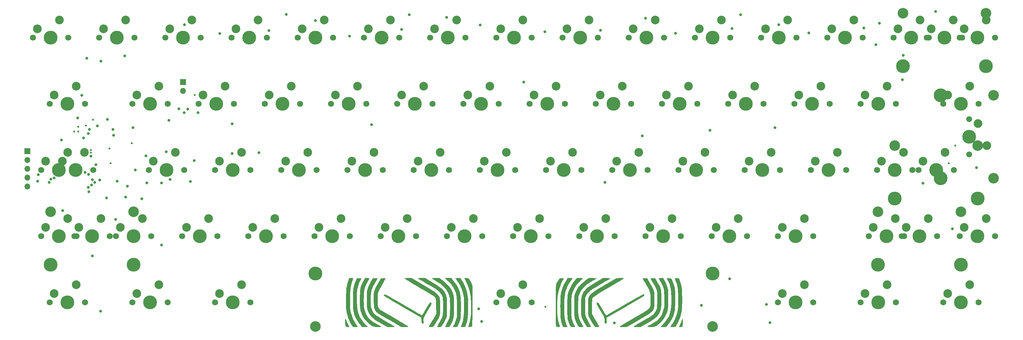
<source format=gbr>
%TF.GenerationSoftware,KiCad,Pcbnew,(6.0.11)*%
%TF.CreationDate,2023-02-10T12:21:56+01:00*%
%TF.ProjectId,plaket60-OG,706c616b-6574-4363-902d-4f472e6b6963,0.1*%
%TF.SameCoordinates,Original*%
%TF.FileFunction,Soldermask,Top*%
%TF.FilePolarity,Negative*%
%FSLAX46Y46*%
G04 Gerber Fmt 4.6, Leading zero omitted, Abs format (unit mm)*
G04 Created by KiCad (PCBNEW (6.0.11)) date 2023-02-10 12:21:56*
%MOMM*%
%LPD*%
G01*
G04 APERTURE LIST*
%ADD10C,1.750000*%
%ADD11C,3.987800*%
%ADD12C,2.500000*%
%ADD13C,3.048000*%
%ADD14C,1.701800*%
%ADD15R,1.700000X1.700000*%
%ADD16O,1.700000X1.700000*%
%ADD17C,0.800000*%
%ADD18C,0.600000*%
G04 APERTURE END LIST*
%TO.C,G\u002A\u002A\u002A*%
G36*
X137606800Y-118447364D02*
G01*
X137689629Y-118469711D01*
X137637013Y-118578774D01*
X137490520Y-118849355D01*
X137267182Y-119250857D01*
X136984028Y-119752680D01*
X136658090Y-120324223D01*
X136635838Y-120363042D01*
X136294117Y-120975246D01*
X135985949Y-121557855D01*
X135731637Y-122070059D01*
X135551487Y-122471048D01*
X135467779Y-122710694D01*
X135427351Y-123006978D01*
X135395122Y-123468861D01*
X135373729Y-124040178D01*
X135365809Y-124664762D01*
X135366549Y-124866522D01*
X135383305Y-125649696D01*
X135426592Y-126247879D01*
X135507041Y-126697341D01*
X135635281Y-127034354D01*
X135821941Y-127295191D01*
X136077651Y-127516123D01*
X136159873Y-127573613D01*
X136335587Y-127683476D01*
X136680007Y-127890870D01*
X137169909Y-128182091D01*
X137782067Y-128543439D01*
X138493255Y-128961212D01*
X139280250Y-129421709D01*
X140119824Y-129911226D01*
X140296179Y-130013834D01*
X141133867Y-130502472D01*
X141915110Y-130960921D01*
X142618200Y-131376238D01*
X143221428Y-131735479D01*
X143703088Y-132025703D01*
X144041471Y-132233965D01*
X144214871Y-132347324D01*
X144229772Y-132359199D01*
X144275156Y-132428560D01*
X144212372Y-132473128D01*
X144010350Y-132497811D01*
X143638018Y-132507515D01*
X143286977Y-132508108D01*
X142181768Y-132505025D01*
X139020633Y-130680804D01*
X138106149Y-130153211D01*
X137363347Y-129724272D01*
X136772038Y-129381304D01*
X136312036Y-129111624D01*
X135963150Y-128902547D01*
X135705194Y-128741390D01*
X135517979Y-128615470D01*
X135381317Y-128512102D01*
X135275020Y-128418602D01*
X135178900Y-128322288D01*
X135072768Y-128210475D01*
X135048841Y-128185426D01*
X134802417Y-127913080D01*
X134611400Y-127651039D01*
X134468857Y-127366579D01*
X134367854Y-127026977D01*
X134301458Y-126599512D01*
X134262735Y-126051459D01*
X134244752Y-125350097D01*
X134240575Y-124462703D01*
X134240641Y-124371167D01*
X134241141Y-123670208D01*
X134249370Y-123120328D01*
X134277795Y-122677336D01*
X134338888Y-122297041D01*
X134445117Y-121935253D01*
X134608951Y-121547781D01*
X134842860Y-121090435D01*
X135159314Y-120519024D01*
X135496049Y-119922107D01*
X136308557Y-118480186D01*
X136999093Y-118447164D01*
X137357203Y-118438150D01*
X137606800Y-118447364D01*
G37*
G36*
X212080859Y-123179893D02*
G01*
X212099509Y-123389744D01*
X211977699Y-123609962D01*
X211938091Y-123646533D01*
X211810828Y-123728458D01*
X211509556Y-123910374D01*
X211052516Y-124181597D01*
X210457952Y-124531437D01*
X209744104Y-124949208D01*
X208929214Y-125424222D01*
X208031524Y-125945792D01*
X207069275Y-126503231D01*
X206530886Y-126814450D01*
X201300546Y-129835581D01*
X201279818Y-130535613D01*
X201267858Y-130924823D01*
X201257607Y-131232711D01*
X201252089Y-131374291D01*
X201151605Y-131478643D01*
X200967795Y-131512937D01*
X200755981Y-131465270D01*
X200681764Y-131374291D01*
X200679330Y-131194218D01*
X200682037Y-130870996D01*
X200687363Y-130570142D01*
X200689069Y-130344293D01*
X200673923Y-130147407D01*
X200627750Y-129947563D01*
X200536375Y-129712838D01*
X200385621Y-129411308D01*
X200161313Y-129011052D01*
X199849275Y-128480147D01*
X199497505Y-127890648D01*
X199077762Y-127181045D01*
X198766623Y-126635362D01*
X198552780Y-126230891D01*
X198424924Y-125944919D01*
X198371749Y-125754736D01*
X198379162Y-125644578D01*
X198531477Y-125445012D01*
X198743281Y-125448830D01*
X198938413Y-125606605D01*
X199047677Y-125763390D01*
X199245813Y-126076898D01*
X199511066Y-126511569D01*
X199821682Y-127031844D01*
X200091944Y-127492195D01*
X200413217Y-128038321D01*
X200697067Y-128510962D01*
X200924596Y-128879451D01*
X201076912Y-129113120D01*
X201133611Y-129182877D01*
X201237151Y-129128384D01*
X201514630Y-128971963D01*
X201948531Y-128723737D01*
X202521339Y-128393827D01*
X203215536Y-127992359D01*
X204013608Y-127529454D01*
X204898038Y-127015235D01*
X205851309Y-126459826D01*
X206461102Y-126103971D01*
X207451969Y-125528017D01*
X208388967Y-124988452D01*
X209254037Y-124495329D01*
X210029125Y-124058700D01*
X210696172Y-123688618D01*
X211237123Y-123395137D01*
X211633921Y-123188308D01*
X211868508Y-123078186D01*
X211923766Y-123062689D01*
X212080859Y-123179893D01*
G37*
G36*
X128233016Y-118438135D02*
G01*
X128318777Y-118508244D01*
X128316463Y-118668045D01*
X128232203Y-118953103D01*
X128072127Y-119398987D01*
X127983024Y-119644815D01*
X127781845Y-120308648D01*
X127627854Y-121064678D01*
X127518366Y-121939574D01*
X127450699Y-122960006D01*
X127422168Y-124152647D01*
X127425008Y-125190666D01*
X127436426Y-126000006D01*
X127451747Y-126629425D01*
X127474914Y-127120835D01*
X127509869Y-127516149D01*
X127560553Y-127857279D01*
X127630909Y-128186138D01*
X127724878Y-128544639D01*
X127748395Y-128629094D01*
X128003263Y-129411261D01*
X128323738Y-130200385D01*
X128681588Y-130937305D01*
X129048585Y-131562863D01*
X129329982Y-131943587D01*
X129541744Y-132202609D01*
X129677151Y-132390567D01*
X129703603Y-132445634D01*
X129602403Y-132478995D01*
X129337587Y-132502602D01*
X128981264Y-132511190D01*
X128258926Y-132511190D01*
X127887928Y-131928876D01*
X127476080Y-131241777D01*
X127146970Y-130587309D01*
X126881783Y-129912082D01*
X126661700Y-129162703D01*
X126467906Y-128285780D01*
X126325877Y-127496711D01*
X126297483Y-127199854D01*
X126276893Y-126723185D01*
X126263809Y-126108582D01*
X126257935Y-125397918D01*
X126258971Y-124633071D01*
X126266622Y-123855915D01*
X126280589Y-123108325D01*
X126300574Y-122432178D01*
X126326281Y-121869349D01*
X126357412Y-121461712D01*
X126369450Y-121364029D01*
X126478587Y-120757314D01*
X126635356Y-120068673D01*
X126816106Y-119392195D01*
X126997183Y-118821970D01*
X127032904Y-118724877D01*
X127117382Y-118553212D01*
X127245518Y-118463452D01*
X127481829Y-118429422D01*
X127772746Y-118424728D01*
X128053048Y-118422152D01*
X128233016Y-118438135D01*
G37*
G36*
X217996070Y-119284335D02*
G01*
X218258386Y-119810286D01*
X218515430Y-120394343D01*
X218715458Y-120918228D01*
X218730392Y-120962933D01*
X218816142Y-121235778D01*
X218881481Y-121487715D01*
X218929184Y-121754140D01*
X218962022Y-122070446D01*
X218982771Y-122472030D01*
X218994203Y-122994285D01*
X218999092Y-123672606D01*
X219000177Y-124405870D01*
X218996713Y-125369083D01*
X218981556Y-126148409D01*
X218948673Y-126781724D01*
X218892030Y-127306903D01*
X218805593Y-127761822D01*
X218683330Y-128184356D01*
X218519206Y-128612381D01*
X218307189Y-129083771D01*
X218228662Y-129249086D01*
X217966023Y-129747233D01*
X217669810Y-130190420D01*
X217290256Y-130646018D01*
X216870302Y-131087916D01*
X216313629Y-131627195D01*
X215840452Y-132013602D01*
X215400395Y-132271150D01*
X214943078Y-132423853D01*
X214418124Y-132495721D01*
X213884292Y-132511190D01*
X213431514Y-132500966D01*
X213106597Y-132473041D01*
X212947990Y-132431540D01*
X212940818Y-132410008D01*
X213060967Y-132314213D01*
X213328436Y-132144833D01*
X213694486Y-131932069D01*
X213862429Y-131838933D01*
X214837453Y-131269991D01*
X215625609Y-130720833D01*
X216255622Y-130158997D01*
X216756217Y-129552018D01*
X217156120Y-128867433D01*
X217484055Y-128072778D01*
X217649546Y-127558942D01*
X217727918Y-127277492D01*
X217785929Y-127008851D01*
X217825933Y-126715296D01*
X217850283Y-126359103D01*
X217861332Y-125902549D01*
X217861431Y-125307910D01*
X217852935Y-124537464D01*
X217850171Y-124342349D01*
X217831513Y-123406688D01*
X217799506Y-122651064D01*
X217744886Y-122033720D01*
X217658389Y-121512895D01*
X217530749Y-121046831D01*
X217352703Y-120593769D01*
X217114986Y-120111950D01*
X216808332Y-119559615D01*
X216776929Y-119504834D01*
X216542771Y-119092011D01*
X216356982Y-118754897D01*
X216243151Y-118536866D01*
X216218886Y-118478851D01*
X216319609Y-118450119D01*
X216581078Y-118430493D01*
X216874754Y-118424728D01*
X217530621Y-118424728D01*
X217996070Y-119284335D01*
G37*
G36*
X130617830Y-118450158D02*
G01*
X130672880Y-118517575D01*
X130644460Y-118652787D01*
X130639513Y-118668478D01*
X130528357Y-118925631D01*
X130352623Y-119247724D01*
X130301037Y-119331894D01*
X130167841Y-119605701D01*
X130005712Y-120032545D01*
X129836971Y-120549631D01*
X129709667Y-120995650D01*
X129586927Y-121471248D01*
X129498778Y-121866771D01*
X129439740Y-122235949D01*
X129404333Y-122632513D01*
X129387074Y-123110193D01*
X129382485Y-123722720D01*
X129383593Y-124192413D01*
X129409531Y-125386972D01*
X129475386Y-126470919D01*
X129578184Y-127416035D01*
X129714952Y-128194106D01*
X129860519Y-128716744D01*
X130257984Y-129618304D01*
X130793728Y-130519360D01*
X131418036Y-131345698D01*
X132067438Y-132011120D01*
X132639094Y-132511190D01*
X130827625Y-132511190D01*
X130450498Y-132039793D01*
X130020226Y-131464592D01*
X129552026Y-130774965D01*
X129281467Y-130348308D01*
X128952166Y-129694295D01*
X128664946Y-128861798D01*
X128413608Y-127832121D01*
X128362147Y-127575383D01*
X128331000Y-127303703D01*
X128303351Y-126850506D01*
X128280590Y-126256097D01*
X128264106Y-125560782D01*
X128255290Y-124804868D01*
X128254192Y-124445129D01*
X128263771Y-123339541D01*
X128296793Y-122418890D01*
X128358884Y-121647000D01*
X128455674Y-120987689D01*
X128592791Y-120404780D01*
X128775863Y-119862093D01*
X129010519Y-119323448D01*
X129069995Y-119201147D01*
X129426310Y-118480186D01*
X130073402Y-118446644D01*
X130433330Y-118432520D01*
X130617830Y-118450158D01*
G37*
G36*
X221500842Y-118446922D02*
G01*
X222124281Y-118480186D01*
X222372895Y-119201147D01*
X222550680Y-119735718D01*
X222691160Y-120216469D01*
X222798641Y-120680406D01*
X222877428Y-121164539D01*
X222931827Y-121705873D01*
X222966145Y-122341418D01*
X222984686Y-123108180D01*
X222991758Y-124043168D01*
X222992345Y-124525164D01*
X222989469Y-125504635D01*
X222979854Y-126293145D01*
X222962018Y-126921506D01*
X222934481Y-127420531D01*
X222895761Y-127821029D01*
X222844378Y-128153812D01*
X222809909Y-128320354D01*
X222396846Y-129774894D01*
X221853791Y-131060529D01*
X221550438Y-131610762D01*
X221043777Y-132455732D01*
X220295087Y-132488529D01*
X219920378Y-132495398D01*
X219651840Y-132482110D01*
X219546450Y-132451542D01*
X219546397Y-132450702D01*
X219612745Y-132333136D01*
X219782606Y-132109099D01*
X219920017Y-131943587D01*
X220229962Y-131512938D01*
X220565792Y-130933319D01*
X220895336Y-130269862D01*
X221186424Y-129587701D01*
X221406886Y-128951968D01*
X221420131Y-128906387D01*
X221565812Y-128366293D01*
X221677519Y-127865456D01*
X221758698Y-127363708D01*
X221812794Y-126820880D01*
X221843252Y-126196804D01*
X221853520Y-125451311D01*
X221847041Y-124544232D01*
X221838751Y-124026038D01*
X221817979Y-123075514D01*
X221789400Y-122305818D01*
X221746851Y-121675950D01*
X221684170Y-121144909D01*
X221595193Y-120671694D01*
X221473760Y-120215305D01*
X221313707Y-119734742D01*
X221113574Y-119201147D01*
X220986535Y-118858832D01*
X220900816Y-118601033D01*
X220877458Y-118502380D01*
X220977561Y-118459647D01*
X221236411Y-118441240D01*
X221500842Y-118446922D01*
G37*
G36*
X137433840Y-123133146D02*
G01*
X137584041Y-123180839D01*
X137801777Y-123275297D01*
X138102027Y-123424553D01*
X138499768Y-123636642D01*
X139009978Y-123919598D01*
X139647634Y-124281454D01*
X140427715Y-124730245D01*
X141365198Y-125274004D01*
X142475061Y-125920765D01*
X142766528Y-126090914D01*
X143755427Y-126667787D01*
X144686234Y-127209687D01*
X145541469Y-127706511D01*
X146303655Y-128148158D01*
X146955314Y-128524527D01*
X147478967Y-128825516D01*
X147857137Y-129041023D01*
X148072345Y-129160948D01*
X148116389Y-129182877D01*
X148187515Y-129092117D01*
X148350365Y-128839741D01*
X148586046Y-128456414D01*
X148875661Y-127972807D01*
X149158056Y-127492195D01*
X149489488Y-126928608D01*
X149793199Y-126421785D01*
X150047435Y-126007287D01*
X150230443Y-125720671D01*
X150311587Y-125606605D01*
X150546750Y-125433286D01*
X150750592Y-125465722D01*
X150871391Y-125646073D01*
X150877859Y-125767211D01*
X150821146Y-125960858D01*
X150689780Y-126249996D01*
X150472290Y-126657607D01*
X150157203Y-127206673D01*
X149751886Y-127888799D01*
X149351826Y-128556989D01*
X149051971Y-129067057D01*
X148838125Y-129450940D01*
X148696091Y-129740576D01*
X148611672Y-129967903D01*
X148570672Y-130164858D01*
X148558894Y-130363378D01*
X148561476Y-130566799D01*
X148568424Y-130947959D01*
X148570483Y-131247335D01*
X148568236Y-131374291D01*
X148473834Y-131484317D01*
X148281246Y-131507002D01*
X148097533Y-131439165D01*
X148052707Y-131389619D01*
X148011087Y-131220489D01*
X147978353Y-130902238D01*
X147962973Y-130551253D01*
X147949454Y-129836204D01*
X142636505Y-126764745D01*
X141640636Y-126186728D01*
X140701201Y-125637026D01*
X139836083Y-125126406D01*
X139063159Y-124665630D01*
X138400310Y-124265464D01*
X137865415Y-123936672D01*
X137476355Y-123690018D01*
X137251008Y-123536266D01*
X137201571Y-123492685D01*
X137144843Y-123301997D01*
X137276135Y-123145919D01*
X137336197Y-123124184D01*
X137433840Y-123133146D01*
G37*
G36*
X161283608Y-118435108D02*
G01*
X161502236Y-118491964D01*
X161662945Y-118633863D01*
X161809193Y-118841113D01*
X162000587Y-119172357D01*
X162215286Y-119605766D01*
X162369148Y-119957420D01*
X162653552Y-120657342D01*
X162647906Y-126436484D01*
X162644691Y-127874929D01*
X162637961Y-129099115D01*
X162627552Y-130116591D01*
X162613302Y-130934905D01*
X162595046Y-131561607D01*
X162572621Y-132004246D01*
X162545865Y-132270370D01*
X162519613Y-132363408D01*
X162376829Y-132430328D01*
X162118136Y-132484393D01*
X161822054Y-132517578D01*
X161567107Y-132521861D01*
X161431815Y-132489220D01*
X161425873Y-132475159D01*
X161458943Y-132360474D01*
X161546223Y-132091060D01*
X161669822Y-131721977D01*
X161688236Y-131667749D01*
X161832611Y-131176144D01*
X161975034Y-130579890D01*
X162088312Y-129994731D01*
X162103222Y-129901378D01*
X162162132Y-129367307D01*
X162205804Y-128665913D01*
X162234253Y-127847201D01*
X162247490Y-126961176D01*
X162245529Y-126057843D01*
X162228381Y-125187205D01*
X162196061Y-124399268D01*
X162148579Y-123744035D01*
X162101557Y-123360535D01*
X161850615Y-122206068D01*
X161472765Y-121005639D01*
X161003067Y-119864862D01*
X160812826Y-119478664D01*
X160600909Y-119065465D01*
X160434136Y-118731334D01*
X160334745Y-118521326D01*
X160316703Y-118473528D01*
X160417038Y-118446766D01*
X160675786Y-118429040D01*
X160925173Y-118424728D01*
X161283608Y-118435108D01*
G37*
G36*
X158875291Y-118429946D02*
G01*
X159113498Y-118466332D01*
X159269732Y-118564985D01*
X159413923Y-118757002D01*
X159485592Y-118869610D01*
X160025016Y-119774568D01*
X160460596Y-120631680D01*
X160801917Y-121479751D01*
X161058564Y-122357585D01*
X161240123Y-123303987D01*
X161356180Y-124357761D01*
X161416319Y-125557712D01*
X161430620Y-126743505D01*
X161420108Y-127842873D01*
X161387559Y-128760069D01*
X161328695Y-129534042D01*
X161239241Y-130203743D01*
X161114921Y-130808122D01*
X160951458Y-131386127D01*
X160905481Y-131526583D01*
X160593996Y-132455732D01*
X159956223Y-132488996D01*
X159613874Y-132497901D01*
X159382383Y-132486791D01*
X159318450Y-132465373D01*
X159355967Y-132339078D01*
X159452771Y-132072820D01*
X159547307Y-131827870D01*
X159773877Y-131192175D01*
X159948979Y-130547938D01*
X160077874Y-129855772D01*
X160165823Y-129076295D01*
X160218088Y-128170120D01*
X160239929Y-127097863D01*
X160241343Y-126632588D01*
X160235279Y-125665557D01*
X160217456Y-124886812D01*
X160186084Y-124263028D01*
X160139375Y-123760882D01*
X160075537Y-123347047D01*
X160061004Y-123274101D01*
X159805492Y-122313124D01*
X159442301Y-121325228D01*
X159003976Y-120386042D01*
X158523066Y-119571197D01*
X158380735Y-119369561D01*
X158112993Y-119001848D01*
X157904190Y-118704288D01*
X157783665Y-118519249D01*
X157765611Y-118481258D01*
X157866797Y-118452442D01*
X158131494Y-118432076D01*
X158485181Y-118424728D01*
X158875291Y-118429946D01*
G37*
G36*
X135278554Y-118454489D02*
G01*
X135360371Y-118483066D01*
X135307275Y-118598077D01*
X135160990Y-118869138D01*
X134941026Y-119261225D01*
X134666889Y-119739311D01*
X134517701Y-119996061D01*
X134144039Y-120661934D01*
X133858921Y-121246411D01*
X133651058Y-121797741D01*
X133509162Y-122364175D01*
X133421944Y-122993963D01*
X133378116Y-123735355D01*
X133366389Y-124636601D01*
X133367261Y-124913374D01*
X133373444Y-125569749D01*
X133388531Y-126057848D01*
X133419765Y-126431221D01*
X133474387Y-126743420D01*
X133559639Y-127047996D01*
X133682763Y-127398501D01*
X133715105Y-127485628D01*
X133947838Y-128043018D01*
X134185858Y-128452419D01*
X134471542Y-128784555D01*
X134522873Y-128833723D01*
X134746859Y-129009096D01*
X135132316Y-129273114D01*
X135647413Y-129605587D01*
X136260320Y-129986324D01*
X136939207Y-130395137D01*
X137533116Y-130743118D01*
X138220372Y-131142641D01*
X138849479Y-131512217D01*
X139393191Y-131835528D01*
X139824261Y-132096261D01*
X140115444Y-132278102D01*
X140236759Y-132362054D01*
X140280603Y-132430171D01*
X140213321Y-132473875D01*
X140004257Y-132497878D01*
X139622754Y-132506898D01*
X139293964Y-132507063D01*
X138188755Y-132502935D01*
X136525000Y-131570337D01*
X135971512Y-131258572D01*
X135482779Y-130980424D01*
X135092957Y-130755558D01*
X134836199Y-130603642D01*
X134750327Y-130548483D01*
X134175615Y-130071633D01*
X133742426Y-129673909D01*
X133407603Y-129311544D01*
X133127990Y-128940766D01*
X133050453Y-128824474D01*
X132802975Y-128417492D01*
X132611171Y-128025185D01*
X132468228Y-127611086D01*
X132367333Y-127138731D01*
X132301673Y-126571654D01*
X132264434Y-125873390D01*
X132248805Y-125007475D01*
X132246980Y-124524107D01*
X132247864Y-123746890D01*
X132254274Y-123151515D01*
X132269840Y-122697998D01*
X132298191Y-122346356D01*
X132342956Y-122056605D01*
X132407765Y-121788760D01*
X132496248Y-121502838D01*
X132530607Y-121399648D01*
X132716917Y-120917801D01*
X132976129Y-120341152D01*
X133264815Y-119763788D01*
X133400484Y-119515117D01*
X133985009Y-118480186D01*
X134672690Y-118447164D01*
X135029919Y-118440107D01*
X135278554Y-118454489D01*
G37*
G36*
X151199721Y-119717859D02*
G01*
X152119865Y-120273567D01*
X152863888Y-120750479D01*
X153454932Y-121167287D01*
X153916140Y-121542685D01*
X154270655Y-121895363D01*
X154541622Y-122244015D01*
X154734868Y-122573088D01*
X154913240Y-122935823D01*
X155051962Y-123267245D01*
X155156007Y-123602453D01*
X155230349Y-123976546D01*
X155279962Y-124424622D01*
X155309819Y-124981780D01*
X155324895Y-125683119D01*
X155330162Y-126563737D01*
X155330490Y-126776288D01*
X155333340Y-129415621D01*
X155026840Y-130103799D01*
X154814393Y-130540707D01*
X154535795Y-131060372D01*
X154246464Y-131559994D01*
X154207414Y-131623854D01*
X153694489Y-132455732D01*
X153068041Y-132488996D01*
X152729200Y-132496375D01*
X152501722Y-132481005D01*
X152441594Y-132455921D01*
X152494865Y-132339806D01*
X152639741Y-132073542D01*
X152853817Y-131697271D01*
X153102998Y-131270896D01*
X153445816Y-130679528D01*
X153710483Y-130179486D01*
X153906581Y-129727876D01*
X154043694Y-129281805D01*
X154131403Y-128798379D01*
X154179292Y-128234704D01*
X154196943Y-127547886D01*
X154193939Y-126695032D01*
X154190478Y-126403144D01*
X154179712Y-125618020D01*
X154167583Y-125019854D01*
X154150097Y-124573787D01*
X154123259Y-124244960D01*
X154083076Y-123998512D01*
X154025552Y-123799585D01*
X153946695Y-123613317D01*
X153848204Y-123415994D01*
X153439613Y-122765738D01*
X152899701Y-122177659D01*
X152198344Y-121623924D01*
X151332424Y-121091700D01*
X150636542Y-120701598D01*
X149928102Y-120299630D01*
X149235273Y-119902257D01*
X148586227Y-119525942D01*
X148009132Y-119187147D01*
X147532161Y-118902333D01*
X147183482Y-118687963D01*
X146991267Y-118560499D01*
X146967684Y-118541037D01*
X146990188Y-118483073D01*
X147203169Y-118445626D01*
X147618708Y-118427242D01*
X147933214Y-118424728D01*
X149015053Y-118424728D01*
X151199721Y-119717859D01*
G37*
G36*
X197733457Y-118433796D02*
G01*
X198083060Y-118458248D01*
X198284233Y-118493950D01*
X198314060Y-118522257D01*
X198200701Y-118611442D01*
X197932183Y-118787680D01*
X197545693Y-119027505D01*
X197078417Y-119307453D01*
X196951788Y-119381864D01*
X195943542Y-120022692D01*
X195124729Y-120662038D01*
X194465149Y-121329607D01*
X193934605Y-122055107D01*
X193583817Y-122695033D01*
X193102408Y-123693286D01*
X193065228Y-126244378D01*
X193057626Y-127283441D01*
X193072725Y-128137975D01*
X193117387Y-128844722D01*
X193198474Y-129440419D01*
X193322846Y-129961808D01*
X193497366Y-130445629D01*
X193728895Y-130928620D01*
X194024293Y-131447521D01*
X194042647Y-131478027D01*
X194278444Y-131875239D01*
X194463272Y-132198290D01*
X194571906Y-132402457D01*
X194590065Y-132448551D01*
X194489376Y-132481881D01*
X194228113Y-132504600D01*
X193937728Y-132511190D01*
X193560766Y-132501038D01*
X193327934Y-132450344D01*
X193161762Y-132328748D01*
X193017836Y-132150710D01*
X192788341Y-131771642D01*
X192540764Y-131250190D01*
X192305866Y-130660361D01*
X192114411Y-130076159D01*
X192044569Y-129809223D01*
X192003245Y-129511770D01*
X191969130Y-129019105D01*
X191943224Y-128357764D01*
X191926529Y-127554283D01*
X191920043Y-126635198D01*
X191920004Y-126505010D01*
X191922125Y-125623974D01*
X191929012Y-124931020D01*
X191942841Y-124392414D01*
X191965790Y-123974418D01*
X192000034Y-123643296D01*
X192047749Y-123365313D01*
X192111113Y-123106733D01*
X192147357Y-122980833D01*
X192526359Y-122054603D01*
X193098173Y-121135070D01*
X193835446Y-120256104D01*
X194710825Y-119451571D01*
X195414857Y-118935023D01*
X196184189Y-118424728D01*
X197279263Y-118424728D01*
X197733457Y-118433796D01*
G37*
G36*
X206058951Y-118421019D02*
G01*
X206223174Y-118462832D01*
X206231354Y-118480186D01*
X206138444Y-118572271D01*
X205886417Y-118751091D01*
X205509295Y-118994252D01*
X205041097Y-119279360D01*
X204816956Y-119411190D01*
X203407155Y-120235352D01*
X202120833Y-120994643D01*
X200966624Y-121683733D01*
X199953160Y-122297292D01*
X199089076Y-122829991D01*
X198383004Y-123276499D01*
X197843580Y-123631488D01*
X197479436Y-123889626D01*
X197299205Y-124045585D01*
X197289806Y-124057970D01*
X197218422Y-124186576D01*
X197164568Y-124354866D01*
X197125206Y-124595394D01*
X197097301Y-124940715D01*
X197077818Y-125423382D01*
X197063722Y-126075951D01*
X197056641Y-126558432D01*
X197027584Y-128758075D01*
X197880896Y-130218694D01*
X198195294Y-130753557D01*
X198485876Y-131241881D01*
X198727160Y-131641279D01*
X198893664Y-131909363D01*
X198935935Y-131973728D01*
X199097963Y-132249039D01*
X199103314Y-132411955D01*
X198931259Y-132490111D01*
X198561072Y-132511142D01*
X198532798Y-132511190D01*
X198154372Y-132494241D01*
X197923788Y-132428042D01*
X197768607Y-132289568D01*
X197747708Y-132261627D01*
X197511780Y-131915708D01*
X197226991Y-131469406D01*
X196921085Y-130969721D01*
X196621809Y-130463650D01*
X196356908Y-129998193D01*
X196154127Y-129620350D01*
X196041212Y-129377118D01*
X196035920Y-129361973D01*
X195991037Y-129106766D01*
X195955114Y-128654363D01*
X195929270Y-128029262D01*
X195914622Y-127255960D01*
X195911630Y-126638893D01*
X195912525Y-125859871D01*
X195917108Y-125268329D01*
X195928879Y-124829909D01*
X195951338Y-124510258D01*
X195987986Y-124275019D01*
X196042322Y-124089837D01*
X196117848Y-123920358D01*
X196205407Y-123755472D01*
X196462004Y-123354188D01*
X196771589Y-122962739D01*
X196903068Y-122823805D01*
X197093274Y-122675901D01*
X197450622Y-122433540D01*
X197949780Y-122112557D01*
X198565416Y-121728784D01*
X199272198Y-121298055D01*
X200044793Y-120836204D01*
X200690502Y-120456549D01*
X204073472Y-118482258D01*
X205155119Y-118425763D01*
X205697124Y-118408369D01*
X206058951Y-118421019D01*
G37*
G36*
X191131623Y-118432482D02*
G01*
X191390848Y-118452769D01*
X191484389Y-118479875D01*
X191423197Y-118589018D01*
X191261059Y-118828514D01*
X191030130Y-119151248D01*
X190973417Y-119228564D01*
X190462153Y-119987817D01*
X190039187Y-120775114D01*
X189654587Y-121684123D01*
X189630233Y-121748310D01*
X189452691Y-122256616D01*
X189314218Y-122753818D01*
X189210394Y-123277310D01*
X189136797Y-123864488D01*
X189089005Y-124552748D01*
X189062598Y-125379487D01*
X189053153Y-126382099D01*
X189052912Y-126631078D01*
X189064247Y-127788809D01*
X189100751Y-128761583D01*
X189166914Y-129585311D01*
X189267226Y-130295903D01*
X189406178Y-130929271D01*
X189588260Y-131521324D01*
X189702693Y-131827870D01*
X189827762Y-132153578D01*
X189910888Y-132386157D01*
X189931550Y-132459838D01*
X189831154Y-132487856D01*
X189571973Y-132506508D01*
X189315847Y-132511190D01*
X188960847Y-132503493D01*
X188758109Y-132456982D01*
X188638094Y-132336525D01*
X188535407Y-132116922D01*
X188413155Y-131765525D01*
X188294533Y-131332975D01*
X188252588Y-131146398D01*
X188161726Y-130708865D01*
X188069972Y-130275933D01*
X188037667Y-130126474D01*
X188004562Y-129855043D01*
X187978013Y-129399279D01*
X187957954Y-128796585D01*
X187944320Y-128084362D01*
X187937043Y-127300012D01*
X187936057Y-126480939D01*
X187941295Y-125664544D01*
X187952692Y-124888230D01*
X187970180Y-124189398D01*
X187993693Y-123605451D01*
X188023166Y-123173792D01*
X188050386Y-122966189D01*
X188404246Y-121677002D01*
X188941970Y-120359255D01*
X189641293Y-119066359D01*
X189747190Y-118896125D01*
X190045250Y-118424728D01*
X190764819Y-118424728D01*
X191131623Y-118432482D01*
G37*
G36*
X219140871Y-118444945D02*
G01*
X219173630Y-118446644D01*
X219541410Y-118474365D01*
X219762378Y-118535691D01*
X219911459Y-118670685D01*
X220063581Y-118919414D01*
X220066066Y-118923854D01*
X220237160Y-119290660D01*
X220431239Y-119800341D01*
X220624087Y-120379015D01*
X220791488Y-120952803D01*
X220909225Y-121447824D01*
X220929094Y-121556802D01*
X220948245Y-121783237D01*
X220964848Y-122194843D01*
X220978162Y-122754961D01*
X220987444Y-123426935D01*
X220991950Y-124174107D01*
X220992013Y-124662478D01*
X220987162Y-125573414D01*
X220975585Y-126299004D01*
X220955118Y-126875688D01*
X220923593Y-127339908D01*
X220878845Y-127728104D01*
X220818707Y-128076717D01*
X220777729Y-128267231D01*
X220463365Y-129278928D01*
X219992758Y-130311938D01*
X219407573Y-131287359D01*
X218749475Y-132126290D01*
X218727021Y-132150710D01*
X218547797Y-132331640D01*
X218381761Y-132438969D01*
X218164677Y-132491874D01*
X217832310Y-132509531D01*
X217519500Y-132511190D01*
X216645290Y-132511190D01*
X217408124Y-131762500D01*
X217963733Y-131167087D01*
X218477464Y-130523750D01*
X218903804Y-129893935D01*
X219189176Y-129357818D01*
X219278294Y-129108294D01*
X219399424Y-128709911D01*
X219532769Y-128229508D01*
X219600395Y-127969356D01*
X219692635Y-127586233D01*
X219761231Y-127238069D01*
X219809616Y-126881550D01*
X219841222Y-126473367D01*
X219859483Y-125970209D01*
X219867832Y-125328763D01*
X219869709Y-124571578D01*
X219863771Y-123634832D01*
X219845030Y-122894128D01*
X219812095Y-122323967D01*
X219763572Y-121898852D01*
X219709369Y-121633757D01*
X219618741Y-121250878D01*
X219560002Y-120921621D01*
X219547714Y-120784746D01*
X219498534Y-120552722D01*
X219373392Y-120199202D01*
X219203526Y-119796903D01*
X219020173Y-119418541D01*
X218854571Y-119136833D01*
X218819767Y-119090230D01*
X218678018Y-118848375D01*
X218607402Y-118668478D01*
X218575705Y-118526230D01*
X218623190Y-118453649D01*
X218796148Y-118432599D01*
X219140871Y-118444945D01*
G37*
G36*
X212250907Y-118447164D02*
G01*
X212941443Y-118480186D01*
X213753951Y-119922107D01*
X214148933Y-120622708D01*
X214450953Y-121172321D01*
X214672480Y-121615137D01*
X214825982Y-121995348D01*
X214923930Y-122357143D01*
X214978792Y-122744714D01*
X215003039Y-123202251D01*
X215009139Y-123773945D01*
X215009359Y-124371167D01*
X215005857Y-125051421D01*
X214994884Y-125683425D01*
X214977813Y-126222089D01*
X214956016Y-126622322D01*
X214934812Y-126819926D01*
X214863422Y-127140233D01*
X214760808Y-127430205D01*
X214609327Y-127704460D01*
X214391339Y-127977619D01*
X214089202Y-128264301D01*
X213685275Y-128579126D01*
X213161916Y-128936712D01*
X212501484Y-129351680D01*
X211686338Y-129838648D01*
X210698836Y-130412237D01*
X210375953Y-130597872D01*
X207042727Y-132511190D01*
X205951855Y-132511190D01*
X205431532Y-132503898D01*
X205112728Y-132480346D01*
X204975554Y-132438019D01*
X204983424Y-132388749D01*
X205102474Y-132308482D01*
X205393000Y-132128836D01*
X205834691Y-131861916D01*
X206407236Y-131519827D01*
X207090324Y-131114674D01*
X207863646Y-130658560D01*
X208706891Y-130163592D01*
X209248183Y-129847020D01*
X210302762Y-129233159D01*
X211184232Y-128719370D01*
X211908065Y-128288897D01*
X212489732Y-127924985D01*
X212944702Y-127610880D01*
X213288448Y-127329827D01*
X213536440Y-127065071D01*
X213704148Y-126799857D01*
X213807043Y-126517431D01*
X213860597Y-126201036D01*
X213880279Y-125833919D01*
X213881561Y-125399325D01*
X213879914Y-124880498D01*
X213880142Y-124830606D01*
X213877746Y-124014292D01*
X213850444Y-123357490D01*
X213783311Y-122807381D01*
X213661421Y-122311144D01*
X213469849Y-121815959D01*
X213193667Y-121269008D01*
X212817951Y-120617471D01*
X212576283Y-120216502D01*
X212247751Y-119671895D01*
X211963480Y-119194009D01*
X211741990Y-118814523D01*
X211601797Y-118565111D01*
X211560371Y-118478671D01*
X211661144Y-118450028D01*
X211923925Y-118439271D01*
X212250907Y-118447164D01*
G37*
G36*
X223182323Y-130282317D02*
G01*
X223218139Y-130546581D01*
X223232213Y-130917596D01*
X223225842Y-131338493D01*
X223200320Y-131752399D01*
X223156943Y-132102443D01*
X223097005Y-132331754D01*
X223073603Y-132371491D01*
X222930691Y-132439630D01*
X222678945Y-132491615D01*
X222401098Y-132519006D01*
X222179881Y-132513362D01*
X222097489Y-132471086D01*
X222141460Y-132359897D01*
X222259532Y-132094366D01*
X222430940Y-131720675D01*
X222541157Y-131484218D01*
X222735525Y-131051369D01*
X222886617Y-130680483D01*
X222972816Y-130426356D01*
X222984825Y-130359694D01*
X223055171Y-130205023D01*
X223123472Y-130181678D01*
X223182323Y-130282317D01*
G37*
G36*
X214576986Y-118447164D02*
G01*
X215264343Y-118480186D01*
X215959532Y-119700273D01*
X216272629Y-120254055D01*
X216515924Y-120710473D01*
X216698215Y-121109839D01*
X216828301Y-121492464D01*
X216914982Y-121898659D01*
X216967055Y-122368735D01*
X216993321Y-122943003D01*
X217002577Y-123661773D01*
X217003635Y-124483693D01*
X216998347Y-125442947D01*
X216978227Y-126215643D01*
X216936423Y-126836915D01*
X216866086Y-127341896D01*
X216760364Y-127765718D01*
X216612407Y-128143515D01*
X216415364Y-128510420D01*
X216162386Y-128901566D01*
X216134153Y-128942776D01*
X215820410Y-129356349D01*
X215459087Y-129739831D01*
X215019870Y-130116645D01*
X214472445Y-130510209D01*
X213786496Y-130943946D01*
X212931711Y-131441276D01*
X212815252Y-131506959D01*
X211029838Y-132511190D01*
X209941917Y-132511190D01*
X209394677Y-132501218D01*
X209066384Y-132471147D01*
X208955041Y-132420750D01*
X208965615Y-132399571D01*
X209086835Y-132317096D01*
X209375039Y-132138438D01*
X209805230Y-131878558D01*
X210352412Y-131552420D01*
X210991585Y-131174985D01*
X211697755Y-130761215D01*
X211893244Y-130647202D01*
X212707612Y-130171496D01*
X213353269Y-129789846D01*
X213853835Y-129485763D01*
X214232929Y-129242762D01*
X214514170Y-129044354D01*
X214721178Y-128874054D01*
X214877572Y-128715373D01*
X215006971Y-128551825D01*
X215109955Y-128401835D01*
X215332691Y-128044989D01*
X215503712Y-127706900D01*
X215630455Y-127349719D01*
X215720355Y-126935599D01*
X215780848Y-126426693D01*
X215819370Y-125785153D01*
X215843355Y-124973131D01*
X215849789Y-124636081D01*
X215861353Y-123793554D01*
X215855488Y-123125415D01*
X215820656Y-122584300D01*
X215745319Y-122122841D01*
X215617939Y-121693671D01*
X215426975Y-121249424D01*
X215160891Y-120742733D01*
X214808148Y-120126233D01*
X214710297Y-119958357D01*
X214420706Y-119457632D01*
X214175937Y-119025912D01*
X213995764Y-118698745D01*
X213899961Y-118511676D01*
X213889629Y-118483066D01*
X213990367Y-118452095D01*
X214252962Y-118439789D01*
X214576986Y-118447164D01*
G37*
G36*
X156992641Y-118951583D02*
G01*
X157672637Y-119805926D01*
X158253843Y-120705982D01*
X158673292Y-121543120D01*
X158861967Y-122021489D01*
X159011409Y-122481208D01*
X159125941Y-122956729D01*
X159209885Y-123482505D01*
X159267562Y-124092989D01*
X159303297Y-124822634D01*
X159321410Y-125705892D01*
X159326232Y-126747533D01*
X159322911Y-127743045D01*
X159310362Y-128551584D01*
X159284245Y-129207957D01*
X159240216Y-129746970D01*
X159173935Y-130203431D01*
X159081060Y-130612146D01*
X158957248Y-131007923D01*
X158798157Y-131425569D01*
X158718598Y-131618689D01*
X158368641Y-132455732D01*
X157678917Y-132488754D01*
X157321045Y-132497730D01*
X157071720Y-132488398D01*
X156989192Y-132465950D01*
X157045864Y-132347864D01*
X157187861Y-132119029D01*
X157251192Y-132024046D01*
X157405638Y-131740779D01*
X157590497Y-131319935D01*
X157773635Y-130836773D01*
X157833506Y-130660387D01*
X158153821Y-129682806D01*
X158153039Y-126632588D01*
X158150745Y-125645689D01*
X158141282Y-124847865D01*
X158119942Y-124206370D01*
X158082019Y-123688458D01*
X158022803Y-123261385D01*
X157937587Y-122892404D01*
X157821663Y-122548769D01*
X157670324Y-122197735D01*
X157478860Y-121806557D01*
X157451381Y-121752238D01*
X157124945Y-121125072D01*
X156847308Y-120644074D01*
X156577374Y-120252608D01*
X156274043Y-119894040D01*
X155896219Y-119511735D01*
X155669613Y-119296871D01*
X154738244Y-118424728D01*
X156526671Y-118424728D01*
X156992641Y-118951583D01*
G37*
G36*
X201750484Y-118433896D02*
G01*
X202092062Y-118458575D01*
X202283874Y-118494519D01*
X202308074Y-118520638D01*
X202200347Y-118599371D01*
X201925513Y-118774139D01*
X201508463Y-119029861D01*
X200974089Y-119351454D01*
X200347281Y-119723836D01*
X199652931Y-120131926D01*
X199536918Y-120199709D01*
X198802020Y-120634309D01*
X198103055Y-121058084D01*
X197471210Y-121451321D01*
X196937670Y-121794311D01*
X196533622Y-122067343D01*
X196290252Y-122250708D01*
X196286253Y-122254186D01*
X195869883Y-122696077D01*
X195506273Y-123217766D01*
X195420006Y-123375770D01*
X195092545Y-124026038D01*
X195060803Y-126402010D01*
X195054726Y-127411581D01*
X195066436Y-128200800D01*
X195095961Y-128770438D01*
X195143328Y-129121265D01*
X195157982Y-129174936D01*
X195257668Y-129416844D01*
X195441436Y-129804350D01*
X195685453Y-130289237D01*
X195965889Y-130823286D01*
X196047654Y-130974994D01*
X196318622Y-131479145D01*
X196547012Y-131912440D01*
X196713936Y-132238388D01*
X196800504Y-132420499D01*
X196808406Y-132444645D01*
X196708093Y-132481162D01*
X196449435Y-132505333D01*
X196200919Y-132511190D01*
X195828335Y-132495995D01*
X195607004Y-132435276D01*
X195467523Y-132306336D01*
X195437835Y-132261627D01*
X195064452Y-131658412D01*
X194785904Y-131195696D01*
X194576437Y-130827781D01*
X194410294Y-130508973D01*
X194261719Y-130193577D01*
X194221595Y-130103799D01*
X194125626Y-129882793D01*
X194052256Y-129686433D01*
X193998448Y-129481612D01*
X193961170Y-129235224D01*
X193937386Y-128914160D01*
X193924061Y-128485315D01*
X193918162Y-127915581D01*
X193916653Y-127171853D01*
X193916598Y-126776288D01*
X193918402Y-125918206D01*
X193925322Y-125248698D01*
X193939559Y-124734526D01*
X193963312Y-124342448D01*
X193998779Y-124039225D01*
X194048159Y-123791616D01*
X194113652Y-123566382D01*
X194132681Y-123510020D01*
X194314390Y-123013060D01*
X194487500Y-122638781D01*
X194700110Y-122303991D01*
X195000323Y-121925498D01*
X195151167Y-121748506D01*
X195362583Y-121522230D01*
X195614331Y-121296328D01*
X195934623Y-121051026D01*
X196351668Y-120766548D01*
X196893677Y-120423120D01*
X197588858Y-120000965D01*
X197959706Y-119779729D01*
X200239804Y-118424728D01*
X201303577Y-118424728D01*
X201750484Y-118433896D01*
G37*
G36*
X153911572Y-118989521D02*
G01*
X154954050Y-119794870D01*
X155835675Y-120714571D01*
X156538361Y-121726118D01*
X157044023Y-122807001D01*
X157093984Y-122950360D01*
X157167117Y-123185261D01*
X157223369Y-123420434D01*
X157264946Y-123688563D01*
X157294055Y-124022333D01*
X157312901Y-124454428D01*
X157323691Y-125017533D01*
X157328632Y-125744333D01*
X157329843Y-126444481D01*
X157326674Y-127420492D01*
X157314941Y-128204179D01*
X157293236Y-128824936D01*
X157260151Y-129312158D01*
X157214277Y-129695239D01*
X157160611Y-129976481D01*
X156886776Y-130879676D01*
X156514243Y-131698441D01*
X156232949Y-132150710D01*
X156061397Y-132361855D01*
X155883544Y-132469215D01*
X155617157Y-132507273D01*
X155373342Y-132511190D01*
X155041534Y-132501839D01*
X154822707Y-132477744D01*
X154770851Y-132455004D01*
X154818477Y-132340120D01*
X154948217Y-132068511D01*
X155140368Y-131680536D01*
X155375227Y-131216557D01*
X155380016Y-131207187D01*
X155634362Y-130678825D01*
X155857049Y-130159663D01*
X156021644Y-129714778D01*
X156095935Y-129444688D01*
X156135104Y-129107913D01*
X156165044Y-128597001D01*
X156185751Y-127958711D01*
X156197220Y-127239803D01*
X156199445Y-126487035D01*
X156192423Y-125747167D01*
X156176147Y-125066958D01*
X156150613Y-124493168D01*
X156115816Y-124072554D01*
X156096516Y-123942423D01*
X155994615Y-123566578D01*
X155823240Y-123089339D01*
X155616831Y-122605304D01*
X155585802Y-122539677D01*
X155110003Y-121738369D01*
X154470347Y-120988975D01*
X153649186Y-120274526D01*
X152628872Y-119578055D01*
X152301220Y-119381692D01*
X151818677Y-119095606D01*
X151407539Y-118843616D01*
X151104979Y-118649123D01*
X150948172Y-118535528D01*
X150935940Y-118522257D01*
X151012410Y-118481257D01*
X151266782Y-118448752D01*
X151655168Y-118428893D01*
X151967783Y-118424728D01*
X153059902Y-118424728D01*
X153911572Y-118989521D01*
G37*
G36*
X188706560Y-118449049D02*
G01*
X188908035Y-118521426D01*
X188920440Y-118682416D01*
X188757079Y-118950382D01*
X188710895Y-119010301D01*
X188508452Y-119339529D01*
X188274168Y-119835161D01*
X188026157Y-120447468D01*
X187782533Y-121126717D01*
X187561411Y-121823178D01*
X187380906Y-122487119D01*
X187284504Y-122926300D01*
X187204890Y-123381657D01*
X187145385Y-123825007D01*
X187103322Y-124300063D01*
X187076029Y-124850541D01*
X187060839Y-125520156D01*
X187055081Y-126352622D01*
X187054799Y-126688046D01*
X187061033Y-127744889D01*
X187081647Y-128616506D01*
X187120400Y-129339252D01*
X187181053Y-129949479D01*
X187267367Y-130483542D01*
X187383103Y-130977794D01*
X187532021Y-131468591D01*
X187557000Y-131542826D01*
X187686202Y-131934184D01*
X187781043Y-132243360D01*
X187823413Y-132410905D01*
X187824127Y-132419701D01*
X187728333Y-132483880D01*
X187493580Y-132509503D01*
X187198814Y-132499592D01*
X186922978Y-132457170D01*
X186745017Y-132385258D01*
X186737140Y-132378090D01*
X186705702Y-132289421D01*
X186679119Y-132082535D01*
X186657094Y-131744226D01*
X186639332Y-131261285D01*
X186625534Y-130620504D01*
X186615406Y-129808676D01*
X186608650Y-128812593D01*
X186604970Y-127619047D01*
X186604039Y-126448135D01*
X186603851Y-125130109D01*
X186604655Y-124013462D01*
X186608503Y-123077740D01*
X186617449Y-122302491D01*
X186633546Y-121667261D01*
X186658847Y-121151598D01*
X186695404Y-120735048D01*
X186745270Y-120397158D01*
X186810499Y-120117476D01*
X186893143Y-119875548D01*
X186995255Y-119650922D01*
X187118888Y-119423143D01*
X187266094Y-119171761D01*
X187348392Y-119032169D01*
X187539623Y-118721387D01*
X187699086Y-118553413D01*
X187906571Y-118479315D01*
X188241871Y-118450158D01*
X188302709Y-118446922D01*
X188706560Y-118449049D01*
G37*
G36*
X132723401Y-118435274D02*
G01*
X132961231Y-118462651D01*
X133031113Y-118493406D01*
X132977588Y-118616197D01*
X132837325Y-118871782D01*
X132642563Y-119201708D01*
X132246793Y-119905063D01*
X131937469Y-120587149D01*
X131705729Y-121288573D01*
X131542709Y-122049940D01*
X131439544Y-122911857D01*
X131387372Y-123914931D01*
X131376804Y-125000433D01*
X131385256Y-125732965D01*
X131407040Y-126299213D01*
X131447541Y-126754586D01*
X131512141Y-127154493D01*
X131606225Y-127554340D01*
X131635439Y-127662442D01*
X131945771Y-128578624D01*
X132348446Y-129366205D01*
X132869729Y-130054558D01*
X133535888Y-130673059D01*
X134373189Y-131251081D01*
X135304913Y-131766111D01*
X135850469Y-132047673D01*
X136198458Y-132246793D01*
X136351012Y-132377622D01*
X136310265Y-132454313D01*
X136078349Y-132491016D01*
X135657397Y-132501885D01*
X135415830Y-132502134D01*
X134849339Y-132491704D01*
X134439748Y-132456340D01*
X134122645Y-132386324D01*
X133833618Y-132271939D01*
X133807533Y-132259498D01*
X133439145Y-132026843D01*
X132987002Y-131659479D01*
X132496587Y-131202997D01*
X132013384Y-130702985D01*
X131582877Y-130205034D01*
X131250551Y-129754732D01*
X131159081Y-129604903D01*
X130955296Y-129186973D01*
X130740194Y-128656088D01*
X130554741Y-128114880D01*
X130526368Y-128019804D01*
X130434287Y-127687944D01*
X130365231Y-127387940D01*
X130315921Y-127079864D01*
X130283080Y-126723787D01*
X130263428Y-126279782D01*
X130253687Y-125707920D01*
X130250579Y-124968272D01*
X130250452Y-124659279D01*
X130256751Y-123629561D01*
X130280153Y-122783377D01*
X130327778Y-122082652D01*
X130406744Y-121489312D01*
X130524173Y-120965280D01*
X130687184Y-120472483D01*
X130902895Y-119972844D01*
X131178428Y-119428290D01*
X131255516Y-119284335D01*
X131719379Y-118424728D01*
X132375246Y-118424728D01*
X132723401Y-118435274D01*
G37*
G36*
X126189155Y-130279903D02*
G01*
X126311822Y-130531958D01*
X126418435Y-130820508D01*
X126595414Y-131268805D01*
X126818084Y-131713758D01*
X126945291Y-131921131D01*
X127127380Y-132197961D01*
X127242502Y-132395003D01*
X127263428Y-132447987D01*
X127167862Y-132500765D01*
X126933861Y-132515370D01*
X126640470Y-132497363D01*
X126366732Y-132452307D01*
X126191694Y-132385765D01*
X126176397Y-132371491D01*
X126118784Y-132205671D01*
X126072295Y-131896779D01*
X126038950Y-131501731D01*
X126020765Y-131077445D01*
X126019758Y-130680838D01*
X126037947Y-130368827D01*
X126077349Y-130198329D01*
X126098799Y-130182481D01*
X126189155Y-130279903D01*
G37*
G36*
X194037265Y-118437828D02*
G01*
X194343255Y-118473544D01*
X194476655Y-118526499D01*
X194479148Y-118535645D01*
X194412008Y-118643497D01*
X194391594Y-118646562D01*
X194276711Y-118716833D01*
X194040331Y-118905528D01*
X193722904Y-119179466D01*
X193527055Y-119355700D01*
X192721328Y-120235953D01*
X192035898Y-121290349D01*
X191482104Y-122499801D01*
X191246745Y-123194160D01*
X191196321Y-123432656D01*
X191157302Y-123788254D01*
X191128772Y-124282334D01*
X191109813Y-124936279D01*
X191099507Y-125771471D01*
X191096872Y-126688046D01*
X191098125Y-127592836D01*
X191102835Y-128307705D01*
X191113126Y-128864561D01*
X191131124Y-129295313D01*
X191158954Y-129631870D01*
X191198742Y-129906140D01*
X191252611Y-130150033D01*
X191322689Y-130395456D01*
X191349529Y-130481574D01*
X191528338Y-130987961D01*
X191743617Y-131512868D01*
X191925226Y-131895766D01*
X192248958Y-132511190D01*
X191592229Y-132511190D01*
X191218116Y-132502219D01*
X190999663Y-132458701D01*
X190870908Y-132355731D01*
X190784357Y-132206169D01*
X190538353Y-131652523D01*
X190301704Y-131022748D01*
X190112444Y-130422641D01*
X190041520Y-130139833D01*
X190002980Y-129839787D01*
X189972239Y-129357555D01*
X189949262Y-128732650D01*
X189934013Y-128004581D01*
X189926458Y-127212860D01*
X189926562Y-126396997D01*
X189934290Y-125596504D01*
X189949608Y-124850890D01*
X189972480Y-124199667D01*
X190002871Y-123682346D01*
X190040747Y-123338438D01*
X190047553Y-123301885D01*
X190385110Y-122123405D01*
X190902148Y-120945923D01*
X191565730Y-119834375D01*
X192254285Y-118951583D01*
X192723329Y-118424728D01*
X193601239Y-118424728D01*
X194037265Y-118437828D01*
G37*
G36*
X148488183Y-120379522D02*
G01*
X149545114Y-121002965D01*
X150424635Y-121535794D01*
X151145002Y-121991921D01*
X151724471Y-122385258D01*
X152181299Y-122729714D01*
X152533740Y-123039203D01*
X152800050Y-123327634D01*
X152998486Y-123608919D01*
X153147304Y-123896970D01*
X153168212Y-123945769D01*
X153226114Y-124200631D01*
X153273188Y-124633927D01*
X153309092Y-125202509D01*
X153333481Y-125863223D01*
X153346012Y-126572920D01*
X153346342Y-127288447D01*
X153334125Y-127966655D01*
X153309019Y-128564392D01*
X153270679Y-129038507D01*
X153218763Y-129345849D01*
X153211421Y-129370028D01*
X153105949Y-129603804D01*
X152905142Y-129976920D01*
X152635196Y-130443134D01*
X152322306Y-130956203D01*
X152227954Y-131106087D01*
X151372015Y-132455732D01*
X150742175Y-132488996D01*
X150330577Y-132489085D01*
X150131910Y-132434838D01*
X150112336Y-132395202D01*
X150170716Y-132220820D01*
X150311396Y-131977633D01*
X150314064Y-131973728D01*
X150440562Y-131775170D01*
X150652801Y-131427064D01*
X150925300Y-130971797D01*
X151232576Y-130451758D01*
X151369104Y-130218694D01*
X152222416Y-128758075D01*
X152193359Y-126558432D01*
X152182111Y-125802965D01*
X152168634Y-125235637D01*
X152149217Y-124822757D01*
X152120145Y-124530636D01*
X152077708Y-124325583D01*
X152018192Y-124173908D01*
X151937885Y-124041920D01*
X151911996Y-124005064D01*
X151661959Y-123725388D01*
X151386263Y-123511964D01*
X151357410Y-123496211D01*
X151147811Y-123380741D01*
X150783986Y-123171691D01*
X150290364Y-122883662D01*
X149691370Y-122531258D01*
X149011435Y-122129080D01*
X148274984Y-121691729D01*
X147506445Y-121233808D01*
X146730248Y-120769918D01*
X145970818Y-120314663D01*
X145252583Y-119882642D01*
X144599973Y-119488460D01*
X144037413Y-119146716D01*
X143589332Y-118872014D01*
X143280157Y-118678956D01*
X143134316Y-118582142D01*
X143128525Y-118577291D01*
X143082428Y-118507209D01*
X143144447Y-118462099D01*
X143345865Y-118436811D01*
X143717966Y-118426198D01*
X144055464Y-118424728D01*
X145144817Y-118424728D01*
X148488183Y-120379522D01*
G37*
%TD*%
D10*
%TO.C,1.50u*%
X40957500Y-125412500D03*
X51117500Y-125412500D03*
D11*
X46037500Y-125412500D03*
D12*
X42227500Y-122872500D03*
X48577500Y-120332500D03*
%TD*%
D10*
%TO.C,T*%
X151130000Y-68262500D03*
X140970000Y-68262500D03*
D11*
X146050000Y-68262500D03*
D12*
X142240000Y-65722500D03*
X148590000Y-63182500D03*
%TD*%
D10*
%TO.C,Tab*%
X40957500Y-68262500D03*
D11*
X46037500Y-68262500D03*
D10*
X51117500Y-68262500D03*
D12*
X42227500Y-65722500D03*
X48577500Y-63182500D03*
%TD*%
D10*
%TO.C,[*%
X255270000Y-68262500D03*
D11*
X260350000Y-68262500D03*
D10*
X265430000Y-68262500D03*
D12*
X256540000Y-65722500D03*
X262890000Y-63182500D03*
%TD*%
D10*
%TO.C,1.50u*%
X260667500Y-125412500D03*
D11*
X255587500Y-125412500D03*
D10*
X250507500Y-125412500D03*
D12*
X251777500Y-122872500D03*
X258127500Y-120332500D03*
%TD*%
D10*
%TO.C,R*%
X121920000Y-68262500D03*
X132080000Y-68262500D03*
D11*
X127000000Y-68262500D03*
D12*
X123190000Y-65722500D03*
X129540000Y-63182500D03*
%TD*%
D11*
%TO.C,<*%
X217487500Y-106362500D03*
D10*
X212407500Y-106362500D03*
X222567500Y-106362500D03*
D12*
X213677500Y-103822500D03*
X220027500Y-101282500D03*
%TD*%
D10*
%TO.C,Stepped*%
X38576250Y-87312500D03*
X48736250Y-87312500D03*
D11*
X43656250Y-87312500D03*
D12*
X39846250Y-84772500D03*
X46196250Y-82232500D03*
%TD*%
D11*
%TO.C,S*%
X93662500Y-87312500D03*
D10*
X88582500Y-87312500D03*
X98742500Y-87312500D03*
D12*
X89852500Y-84772500D03*
X96202500Y-82232500D03*
%TD*%
D10*
%TO.C,B*%
X155257500Y-106362500D03*
X165417500Y-106362500D03*
D11*
X160337500Y-106362500D03*
D12*
X156527500Y-103822500D03*
X162877500Y-101282500D03*
%TD*%
D10*
%TO.C,H*%
X174942500Y-87312500D03*
D11*
X169862500Y-87312500D03*
D10*
X164782500Y-87312500D03*
D12*
X166052500Y-84772500D03*
X172402500Y-82232500D03*
%TD*%
D10*
%TO.C,D*%
X117792500Y-87312500D03*
X107632500Y-87312500D03*
D11*
X112712500Y-87312500D03*
D12*
X108902500Y-84772500D03*
X115252500Y-82232500D03*
%TD*%
D10*
%TO.C,J*%
X193992500Y-87312500D03*
X183832500Y-87312500D03*
D11*
X188912500Y-87312500D03*
D12*
X185102500Y-84772500D03*
X191452500Y-82232500D03*
%TD*%
D10*
%TO.C,ISO*%
X279082500Y-87312500D03*
D11*
X284162500Y-87312500D03*
D10*
X289242500Y-87312500D03*
D12*
X280352500Y-84772500D03*
X286702500Y-82232500D03*
%TD*%
D11*
%TO.C,Z*%
X84137500Y-106362500D03*
D10*
X89217500Y-106362500D03*
X79057500Y-106362500D03*
D12*
X80327500Y-103822500D03*
X86677500Y-101282500D03*
%TD*%
D11*
%TO.C,Split*%
X307975000Y-106362500D03*
D10*
X313055000Y-106362500D03*
X302895000Y-106362500D03*
D12*
X304165000Y-103822500D03*
X310515000Y-101282500D03*
%TD*%
D10*
%TO.C,W*%
X93980000Y-68262500D03*
X83820000Y-68262500D03*
D11*
X88900000Y-68262500D03*
D12*
X85090000Y-65722500D03*
X91440000Y-63182500D03*
%TD*%
D10*
%TO.C,-*%
X245745000Y-49212500D03*
D11*
X250825000Y-49212500D03*
D10*
X255905000Y-49212500D03*
D12*
X247015000Y-46672500D03*
X253365000Y-44132500D03*
%TD*%
D10*
%TO.C,Split*%
X286861250Y-106362500D03*
X276701250Y-106362500D03*
D11*
X281781250Y-106362500D03*
D12*
X277971250Y-103822500D03*
X284321250Y-101282500D03*
%TD*%
D11*
%TO.C,V*%
X141287500Y-106362500D03*
D10*
X146367500Y-106362500D03*
X136207500Y-106362500D03*
D12*
X137477500Y-103822500D03*
X143827500Y-101282500D03*
%TD*%
D10*
%TO.C,X*%
X108267500Y-106362500D03*
D11*
X103187500Y-106362500D03*
D10*
X98107500Y-106362500D03*
D12*
X99377500Y-103822500D03*
X105727500Y-101282500D03*
%TD*%
D10*
%TO.C,1u*%
X274320000Y-125412500D03*
D11*
X279400000Y-125412500D03*
D10*
X284480000Y-125412500D03*
D12*
X275590000Y-122872500D03*
X281940000Y-120332500D03*
%TD*%
D10*
%TO.C,5*%
X131445000Y-49212500D03*
X141605000Y-49212500D03*
D11*
X136525000Y-49212500D03*
D12*
X132715000Y-46672500D03*
X139065000Y-44132500D03*
%TD*%
D10*
%TO.C,G*%
X145732500Y-87312500D03*
X155892500Y-87312500D03*
D11*
X150812500Y-87312500D03*
D12*
X147002500Y-84772500D03*
X153352500Y-82232500D03*
%TD*%
D11*
%TO.C,:*%
X246062500Y-87312500D03*
D10*
X240982500Y-87312500D03*
X251142500Y-87312500D03*
D12*
X242252500Y-84772500D03*
X248602500Y-82232500D03*
%TD*%
D10*
%TO.C,8*%
X188595000Y-49212500D03*
D11*
X193675000Y-49212500D03*
D10*
X198755000Y-49212500D03*
D12*
X189865000Y-46672500D03*
X196215000Y-44132500D03*
%TD*%
D10*
%TO.C,P*%
X236220000Y-68262500D03*
X246380000Y-68262500D03*
D11*
X241300000Y-68262500D03*
D12*
X237490000Y-65722500D03*
X243840000Y-63182500D03*
%TD*%
D10*
%TO.C,Q*%
X64770000Y-68262500D03*
X74930000Y-68262500D03*
D11*
X69850000Y-68262500D03*
D12*
X66040000Y-65722500D03*
X72390000Y-63182500D03*
%TD*%
D10*
%TO.C,1*%
X65405000Y-49212500D03*
X55245000Y-49212500D03*
D11*
X60325000Y-49212500D03*
D12*
X56515000Y-46672500D03*
X62865000Y-44132500D03*
%TD*%
D10*
%TO.C,Y*%
X160020000Y-68262500D03*
D11*
X165100000Y-68262500D03*
D10*
X170180000Y-68262500D03*
D12*
X161290000Y-65722500D03*
X167640000Y-63182500D03*
%TD*%
D10*
%TO.C,]*%
X284480000Y-68262500D03*
D11*
X279400000Y-68262500D03*
D10*
X274320000Y-68262500D03*
D12*
X275590000Y-65722500D03*
X281940000Y-63182500D03*
%TD*%
D11*
%TO.C,9*%
X212725000Y-49212500D03*
D10*
X217805000Y-49212500D03*
X207645000Y-49212500D03*
D12*
X208915000Y-46672500D03*
X215265000Y-44132500D03*
%TD*%
D11*
%TO.C,ISO*%
X65087500Y-106362500D03*
D10*
X60007500Y-106362500D03*
X70167500Y-106362500D03*
D12*
X61277500Y-103822500D03*
X67627500Y-101282500D03*
%TD*%
D11*
%TO.C,>*%
X236537500Y-106362500D03*
D10*
X241617500Y-106362500D03*
X231457500Y-106362500D03*
D12*
X232727500Y-103822500D03*
X239077500Y-101282500D03*
%TD*%
D11*
%TO.C,Full*%
X303244250Y-114617500D03*
D10*
X296386250Y-106362500D03*
D13*
X279368250Y-99377500D03*
X303244250Y-99377500D03*
D10*
X286226250Y-106362500D03*
D11*
X279368250Y-114617500D03*
X291306250Y-106362500D03*
D12*
X287496250Y-103822500D03*
X293846250Y-101282500D03*
%TD*%
D10*
%TO.C,C*%
X117157500Y-106362500D03*
D11*
X122237500Y-106362500D03*
D10*
X127317500Y-106362500D03*
D12*
X118427500Y-103822500D03*
X124777500Y-101282500D03*
%TD*%
D11*
%TO.C,E*%
X107950000Y-68262500D03*
D10*
X113030000Y-68262500D03*
X102870000Y-68262500D03*
D12*
X104140000Y-65722500D03*
X110490000Y-63182500D03*
%TD*%
D10*
%TO.C,ANSI*%
X290988750Y-87312500D03*
X301148750Y-87312500D03*
D11*
X296068750Y-87312500D03*
X284130500Y-95567500D03*
X308007000Y-95567500D03*
D13*
X284130500Y-80327500D03*
X308007000Y-80327500D03*
D12*
X292258750Y-84772500D03*
X298608750Y-82232500D03*
%TD*%
D11*
%TO.C,A*%
X74612500Y-87312500D03*
D10*
X69532500Y-87312500D03*
X79692500Y-87312500D03*
D12*
X70802500Y-84772500D03*
X77152500Y-82232500D03*
%TD*%
D11*
%TO.C,Split*%
X307975000Y-49212500D03*
D10*
X313055000Y-49212500D03*
X302895000Y-49212500D03*
D12*
X304165000Y-46672500D03*
X310515000Y-44132500D03*
%TD*%
D10*
%TO.C,0*%
X226695000Y-49212500D03*
X236855000Y-49212500D03*
D11*
X231775000Y-49212500D03*
D12*
X227965000Y-46672500D03*
X234315000Y-44132500D03*
%TD*%
D10*
%TO.C,L*%
X221932500Y-87312500D03*
X232092500Y-87312500D03*
D11*
X227012500Y-87312500D03*
D12*
X223202500Y-84772500D03*
X229552500Y-82232500D03*
%TD*%
D10*
%TO.C,I*%
X198120000Y-68262500D03*
D11*
X203200000Y-68262500D03*
D10*
X208280000Y-68262500D03*
D12*
X199390000Y-65722500D03*
X205740000Y-63182500D03*
%TD*%
D11*
%TO.C,M*%
X198437500Y-106362500D03*
D10*
X203517500Y-106362500D03*
X193357500Y-106362500D03*
D12*
X194627500Y-103822500D03*
X200977500Y-101282500D03*
%TD*%
D10*
%TO.C,Full*%
X303530000Y-49212500D03*
D11*
X310388250Y-57467500D03*
D13*
X286511750Y-42227500D03*
D11*
X298450000Y-49212500D03*
D13*
X310388250Y-42227500D03*
D11*
X286511750Y-57467500D03*
D10*
X293370000Y-49212500D03*
D12*
X294640000Y-46672500D03*
X300990000Y-44132500D03*
%TD*%
D10*
%TO.C,?*%
X250507500Y-106362500D03*
X260667500Y-106362500D03*
D11*
X255587500Y-106362500D03*
D12*
X251777500Y-103822500D03*
X258127500Y-101282500D03*
%TD*%
D10*
%TO.C,F*%
X126682500Y-87312500D03*
D11*
X131762500Y-87312500D03*
D10*
X136842500Y-87312500D03*
D12*
X127952500Y-84772500D03*
X134302500Y-82232500D03*
%TD*%
D11*
%TO.C,ISO*%
X305593750Y-77787500D03*
X297338750Y-65849500D03*
D14*
X305593750Y-72707500D03*
D13*
X312578750Y-89725500D03*
D14*
X305593750Y-82867500D03*
D13*
X312578750Y-65849500D03*
D11*
X297338750Y-89725500D03*
D12*
X308133750Y-73977500D03*
X310673750Y-80327500D03*
%TD*%
D11*
%TO.C,1u*%
X69850000Y-125412500D03*
D10*
X64770000Y-125412500D03*
X74930000Y-125412500D03*
D12*
X66040000Y-122872500D03*
X72390000Y-120332500D03*
%TD*%
D10*
%TO.C,N*%
X174307500Y-106362500D03*
X184467500Y-106362500D03*
D11*
X179387500Y-106362500D03*
D12*
X175577500Y-103822500D03*
X181927500Y-101282500D03*
%TD*%
D10*
%TO.C,3*%
X93345000Y-49212500D03*
X103505000Y-49212500D03*
D11*
X98425000Y-49212500D03*
D12*
X94615000Y-46672500D03*
X100965000Y-44132500D03*
%TD*%
D10*
%TO.C,6*%
X160655000Y-49212500D03*
D11*
X155575000Y-49212500D03*
D10*
X150495000Y-49212500D03*
D12*
X151765000Y-46672500D03*
X158115000Y-44132500D03*
%TD*%
D11*
%TO.C,"*%
X265112500Y-87312500D03*
D10*
X260032500Y-87312500D03*
X270192500Y-87312500D03*
D12*
X261302500Y-84772500D03*
X267652500Y-82232500D03*
%TD*%
D10*
%TO.C,Esc*%
X36195000Y-49212500D03*
X46355000Y-49212500D03*
D11*
X41275000Y-49212500D03*
D12*
X37465000Y-46672500D03*
X43815000Y-44132500D03*
%TD*%
D10*
%TO.C,1.50u*%
X98742500Y-125412500D03*
D11*
X93662500Y-125412500D03*
D10*
X88582500Y-125412500D03*
D12*
X89852500Y-122872500D03*
X96202500Y-120332500D03*
%TD*%
D11*
%TO.C,=*%
X269875000Y-49212500D03*
D10*
X264795000Y-49212500D03*
X274955000Y-49212500D03*
D12*
X266065000Y-46672500D03*
X272415000Y-44132500D03*
%TD*%
D10*
%TO.C,Split*%
X294005000Y-49212500D03*
D11*
X288925000Y-49212500D03*
D10*
X283845000Y-49212500D03*
D12*
X285115000Y-46672500D03*
X291465000Y-44132500D03*
%TD*%
D11*
%TO.C,K*%
X207962500Y-87312500D03*
D10*
X202882500Y-87312500D03*
X213042500Y-87312500D03*
D12*
X204152500Y-84772500D03*
X210502500Y-82232500D03*
%TD*%
D11*
%TO.C,ISO*%
X43656250Y-106362500D03*
D10*
X48736250Y-106362500D03*
X38576250Y-106362500D03*
D12*
X39846250Y-103822500D03*
X46196250Y-101282500D03*
%TD*%
D10*
%TO.C,2*%
X84455000Y-49212500D03*
D11*
X79375000Y-49212500D03*
D10*
X74295000Y-49212500D03*
D12*
X75565000Y-46672500D03*
X81915000Y-44132500D03*
%TD*%
D10*
%TO.C,ANSI*%
X308292500Y-68262500D03*
D11*
X303212500Y-68262500D03*
D10*
X298132500Y-68262500D03*
D12*
X299402500Y-65722500D03*
X305752500Y-63182500D03*
%TD*%
D10*
%TO.C,Full*%
X53498750Y-87312500D03*
D11*
X48418750Y-87312500D03*
D10*
X43338750Y-87312500D03*
D12*
X44608750Y-84772500D03*
X50958750Y-82232500D03*
%TD*%
D11*
%TO.C,7*%
X174625000Y-49212500D03*
D10*
X169545000Y-49212500D03*
X179705000Y-49212500D03*
D12*
X170815000Y-46672500D03*
X177165000Y-44132500D03*
%TD*%
D10*
%TO.C,O*%
X217170000Y-68262500D03*
D11*
X222250000Y-68262500D03*
D10*
X227330000Y-68262500D03*
D12*
X218440000Y-65722500D03*
X224790000Y-63182500D03*
%TD*%
D11*
%TO.C,1.50u*%
X303212500Y-125412500D03*
D10*
X298132500Y-125412500D03*
X308292500Y-125412500D03*
D12*
X299402500Y-122872500D03*
X305752500Y-120332500D03*
%TD*%
D10*
%TO.C,ANSI*%
X48101250Y-106362500D03*
D13*
X41243000Y-99377500D03*
D10*
X58261250Y-106362500D03*
D11*
X41243000Y-114617500D03*
D13*
X65119500Y-99377500D03*
D11*
X53181250Y-106362500D03*
X65119500Y-114617500D03*
D12*
X49371250Y-103822500D03*
X55721250Y-101282500D03*
%TD*%
D13*
%TO.C,MX42*%
X231775000Y-132397500D03*
D10*
X169545000Y-125412500D03*
D11*
X117475000Y-117157500D03*
X231775000Y-117157500D03*
X174625000Y-125412500D03*
D13*
X117475000Y-132397500D03*
D10*
X179705000Y-125412500D03*
D12*
X170815000Y-122872500D03*
X177165000Y-120332500D03*
%TD*%
D10*
%TO.C,4*%
X112395000Y-49212500D03*
D11*
X117475000Y-49212500D03*
D10*
X122555000Y-49212500D03*
D12*
X113665000Y-46672500D03*
X120015000Y-44132500D03*
%TD*%
D11*
%TO.C,U*%
X184150000Y-68262500D03*
D10*
X189230000Y-68262500D03*
X179070000Y-68262500D03*
D12*
X180340000Y-65722500D03*
X186690000Y-63182500D03*
%TD*%
D15*
%TO.C,J2*%
X34550000Y-81925000D03*
D16*
X34550000Y-84465000D03*
X34550000Y-87005000D03*
X34550000Y-89545000D03*
X34550000Y-92085000D03*
%TD*%
D15*
%TO.C,boot*%
X79375000Y-61960000D03*
D16*
X79375000Y-64500000D03*
%TD*%
D17*
X199525000Y-47125000D03*
X278725000Y-51275000D03*
X44750000Y-99000000D03*
X51150000Y-88025000D03*
D18*
X299780000Y-85340000D03*
D17*
X80725000Y-69800000D03*
X82575000Y-84575000D03*
X54700000Y-74650000D03*
X78175000Y-69700000D03*
X286400000Y-61300000D03*
X104050000Y-47225000D03*
X60400000Y-90525000D03*
X237300000Y-46625000D03*
X52275000Y-93550000D03*
X51689000Y-55118000D03*
X57300000Y-95375000D03*
X50200000Y-65850000D03*
X93530000Y-82600000D03*
X75275000Y-73025000D03*
D18*
X64650000Y-79625000D03*
D17*
X165300000Y-130925000D03*
X50725000Y-78075000D03*
X55753000Y-56007000D03*
X300750000Y-104275000D03*
X81450000Y-90575000D03*
X247225000Y-126050000D03*
X62600000Y-54475000D03*
X109100000Y-42525000D03*
X44400000Y-78700000D03*
X68675000Y-83275000D03*
X74549000Y-82042000D03*
X63375000Y-92000000D03*
X164465000Y-127254000D03*
X53250000Y-112075000D03*
X275250000Y-46450000D03*
X239775000Y-42650000D03*
X127300000Y-48750000D03*
D18*
X301610000Y-80260000D03*
D17*
X249700000Y-75125000D03*
X236650000Y-118650000D03*
X307725000Y-86625000D03*
X60000000Y-101500000D03*
X101220000Y-82350000D03*
X295950000Y-41700000D03*
D18*
X183700000Y-126660000D03*
D17*
X79800000Y-45500000D03*
X203454000Y-131375000D03*
X259475000Y-47900000D03*
X164875000Y-45600000D03*
X177400000Y-61975000D03*
D18*
X53475000Y-72825000D03*
D17*
X231025000Y-75900000D03*
D18*
X82770000Y-65710000D03*
D17*
X133650000Y-74275000D03*
X228550000Y-126300000D03*
X155200000Y-43375000D03*
X89950000Y-48025000D03*
D18*
X51450000Y-74550000D03*
D17*
X286650000Y-54325000D03*
X117425000Y-44275000D03*
X93525000Y-74050000D03*
X200800000Y-90875000D03*
X248250000Y-131275000D03*
X37680000Y-88680000D03*
X221125000Y-47950000D03*
X279725000Y-45050000D03*
X65600000Y-87350000D03*
X144500000Y-42650000D03*
X212450000Y-43650000D03*
X250800000Y-45450000D03*
X52875000Y-83300000D03*
X37500000Y-90500000D03*
X211500000Y-77475000D03*
X142275000Y-46850000D03*
X52070000Y-76835000D03*
X183450000Y-47525000D03*
D18*
X52842941Y-81532074D03*
X48000000Y-76250000D03*
D17*
X57625000Y-72750000D03*
X49075000Y-72325000D03*
D18*
X52851390Y-82331532D03*
X49202294Y-76245025D03*
D17*
X83675000Y-70800000D03*
X79650000Y-70800000D03*
D18*
X49199500Y-74900000D03*
D17*
X52125000Y-92300000D03*
X54300000Y-85799500D03*
X75650000Y-90025000D03*
X62800000Y-95125000D03*
X67500000Y-95600000D03*
X52175000Y-88625000D03*
X73152000Y-108900000D03*
X73152000Y-91059000D03*
X68925000Y-91075000D03*
X55626000Y-127950000D03*
X53250511Y-90125296D03*
X42300000Y-89575000D03*
X53950011Y-90892878D03*
X41350000Y-89900000D03*
X40825000Y-90875000D03*
X53059821Y-91600500D03*
D18*
X58500000Y-85350000D03*
X58225000Y-81150000D03*
D17*
X55425000Y-90175000D03*
X59406334Y-77357910D03*
X52450960Y-75599040D03*
X64950000Y-75100000D03*
X59225000Y-75600000D03*
X292325000Y-91100000D03*
M02*

</source>
